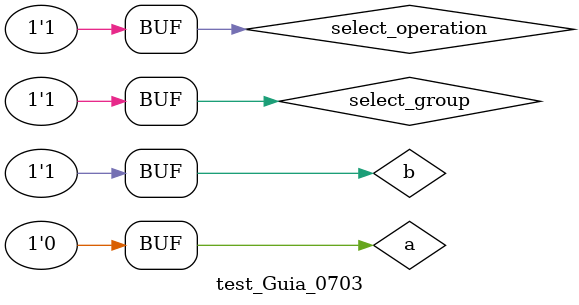
<source format=v>
module Guia_0703 (input a, input b, input select_group, input select_operation, output out);

  wire and_out, nand_out, or_out, nor_out;

  // Portas NATIVAS para implementar operações lógicas
  and AND1 (and_out, a, b);
  nand NAND1 (nand_out, a, b);
  or OR1 (or_out, a, b);
  nor NOR1 (nor_out, a, b);

  // Seleção da operação
  wire selected_group, selected_operation;
  assign selected_group = (select_operation) ? select_group : ~select_group;
  assign out = (selected_group) ? (selected_operation ? nand_out : and_out) : (selected_operation ? nor_out : or_out);

endmodule

module test_Guia_0703;

  reg a, b, select_group, select_operation;
  wire out;

  // Instanciar o módulo Guia_0703
  Guia_0703 uut (a, b, select_group, select_operation, out);

  initial begin
    $display(" a b sel_grp sel_op out");
    a = 1'b0; b = 1'b1; select_group = 1'b0; select_operation = 1'b0;

    // Projetar testes do módulo
    #1 $monitor("%b %b %b %b %b", a, b, select_group, select_operation, out);
    #1 select_group = 1'b1;
    #1 select_operation = 1'b1;
  end

endmodule


</source>
